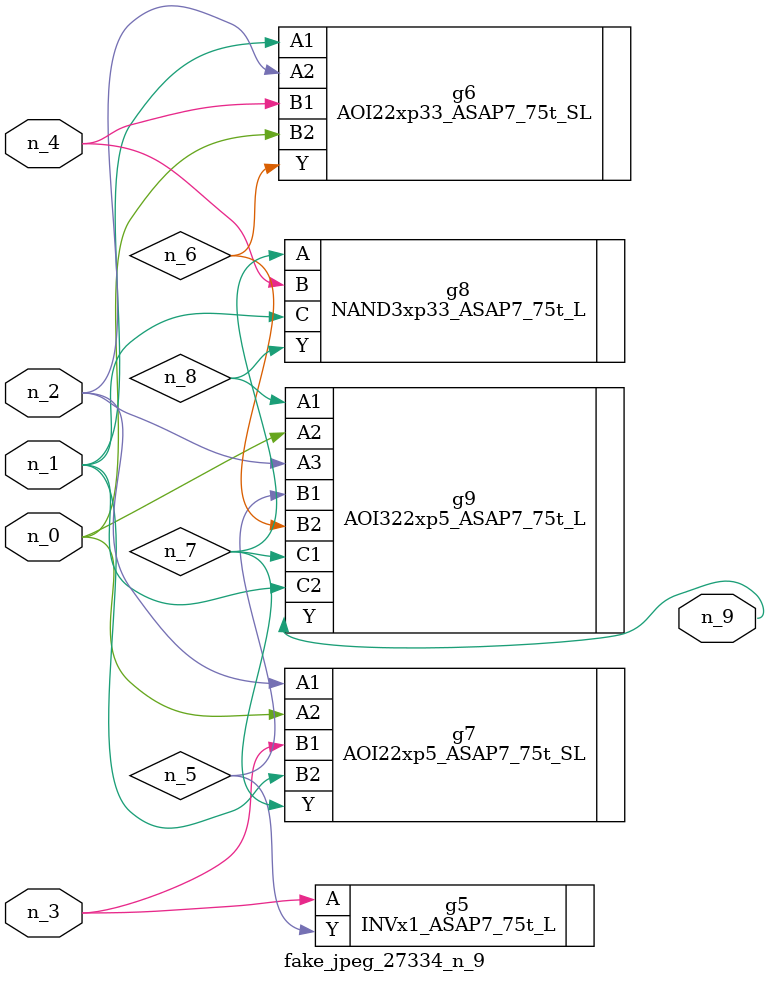
<source format=v>
module fake_jpeg_27334_n_9 (n_3, n_2, n_1, n_0, n_4, n_9);

input n_3;
input n_2;
input n_1;
input n_0;
input n_4;

output n_9;

wire n_8;
wire n_6;
wire n_5;
wire n_7;

INVx1_ASAP7_75t_L g5 ( 
.A(n_3),
.Y(n_5)
);

AOI22xp33_ASAP7_75t_SL g6 ( 
.A1(n_1),
.A2(n_2),
.B1(n_4),
.B2(n_0),
.Y(n_6)
);

AOI22xp5_ASAP7_75t_SL g7 ( 
.A1(n_2),
.A2(n_0),
.B1(n_3),
.B2(n_1),
.Y(n_7)
);

NAND3xp33_ASAP7_75t_L g8 ( 
.A(n_7),
.B(n_4),
.C(n_1),
.Y(n_8)
);

AOI322xp5_ASAP7_75t_L g9 ( 
.A1(n_8),
.A2(n_0),
.A3(n_2),
.B1(n_5),
.B2(n_6),
.C1(n_7),
.C2(n_1),
.Y(n_9)
);


endmodule
</source>
